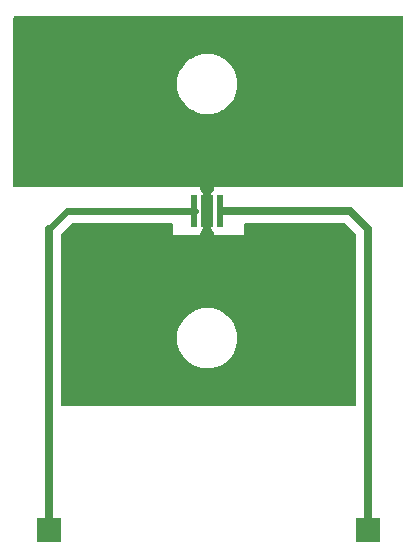
<source format=gtl>
G04 #@! TF.GenerationSoftware,KiCad,Pcbnew,8.0.5*
G04 #@! TF.CreationDate,2024-10-10T13:20:31+02:00*
G04 #@! TF.ProjectId,LED_SINGLE_Board,4c45445f-5349-44e4-974c-455f426f6172,rev?*
G04 #@! TF.SameCoordinates,Original*
G04 #@! TF.FileFunction,Copper,L1,Top*
G04 #@! TF.FilePolarity,Positive*
%FSLAX46Y46*%
G04 Gerber Fmt 4.6, Leading zero omitted, Abs format (unit mm)*
G04 Created by KiCad (PCBNEW 8.0.5) date 2024-10-10 13:20:31*
%MOMM*%
%LPD*%
G01*
G04 APERTURE LIST*
G04 #@! TA.AperFunction,SMDPad,CuDef*
%ADD10R,0.500000X2.700000*%
G04 #@! TD*
G04 #@! TA.AperFunction,SMDPad,CuDef*
%ADD11R,1.000000X2.700000*%
G04 #@! TD*
G04 #@! TA.AperFunction,SMDPad,CuDef*
%ADD12R,2.000000X2.000000*%
G04 #@! TD*
G04 #@! TA.AperFunction,Conductor*
%ADD13C,0.700000*%
G04 #@! TD*
G04 #@! TA.AperFunction,Conductor*
%ADD14C,0.600000*%
G04 #@! TD*
G04 APERTURE END LIST*
D10*
X42300000Y-41500000D03*
X44500000Y-41500000D03*
D11*
X43400000Y-41500000D03*
D12*
X57000000Y-68500000D03*
X30000000Y-68500000D03*
D13*
X57000000Y-68500000D02*
X57000000Y-43000000D01*
X55500000Y-41500000D02*
X44670000Y-41500000D01*
X57000000Y-43000000D02*
X55500000Y-41500000D01*
D14*
X31500000Y-41500000D02*
X42400000Y-41500000D01*
D13*
X30000000Y-43000000D02*
X30000000Y-68500000D01*
D14*
X30000000Y-43000000D02*
X31500000Y-41500000D01*
G04 #@! TA.AperFunction,Conductor*
G36*
X59943039Y-25019685D02*
G01*
X59988794Y-25072489D01*
X60000000Y-25124000D01*
X60000000Y-39376000D01*
X59980315Y-39443039D01*
X59927511Y-39488794D01*
X59876000Y-39500000D01*
X27124000Y-39500000D01*
X27056961Y-39480315D01*
X27011206Y-39427511D01*
X27000000Y-39376000D01*
X27000000Y-30596762D01*
X40849500Y-30596762D01*
X40849500Y-30883237D01*
X40881572Y-31167891D01*
X40945317Y-31447181D01*
X40945321Y-31447193D01*
X41039929Y-31717565D01*
X41039935Y-31717579D01*
X41164223Y-31975666D01*
X41164225Y-31975669D01*
X41316634Y-32218227D01*
X41495243Y-32442195D01*
X41697805Y-32644757D01*
X41921773Y-32823366D01*
X42164331Y-32975775D01*
X42422428Y-33100068D01*
X42422434Y-33100070D01*
X42692806Y-33194678D01*
X42692818Y-33194682D01*
X42972102Y-33258426D01*
X42972105Y-33258426D01*
X42972108Y-33258427D01*
X42972107Y-33258427D01*
X43114434Y-33274463D01*
X43256763Y-33290499D01*
X43256764Y-33290500D01*
X43256767Y-33290500D01*
X43543236Y-33290500D01*
X43543236Y-33290499D01*
X43748815Y-33267336D01*
X43827891Y-33258427D01*
X43827892Y-33258426D01*
X43827898Y-33258426D01*
X44107182Y-33194682D01*
X44377572Y-33100068D01*
X44635669Y-32975775D01*
X44878227Y-32823366D01*
X45102195Y-32644757D01*
X45304757Y-32442195D01*
X45483366Y-32218227D01*
X45635775Y-31975669D01*
X45760068Y-31717572D01*
X45854682Y-31447182D01*
X45918426Y-31167898D01*
X45950500Y-30883233D01*
X45950500Y-30596767D01*
X45918426Y-30312102D01*
X45854682Y-30032818D01*
X45760068Y-29762428D01*
X45635775Y-29504331D01*
X45483366Y-29261773D01*
X45304757Y-29037805D01*
X45102195Y-28835243D01*
X44878227Y-28656634D01*
X44635669Y-28504225D01*
X44635666Y-28504223D01*
X44377579Y-28379935D01*
X44377565Y-28379929D01*
X44107193Y-28285321D01*
X44107181Y-28285317D01*
X43827891Y-28221572D01*
X43827892Y-28221572D01*
X43543237Y-28189500D01*
X43543233Y-28189500D01*
X43256767Y-28189500D01*
X43256762Y-28189500D01*
X42972108Y-28221572D01*
X42692818Y-28285317D01*
X42692806Y-28285321D01*
X42422434Y-28379929D01*
X42422420Y-28379935D01*
X42164333Y-28504223D01*
X41921774Y-28656633D01*
X41697805Y-28835242D01*
X41495242Y-29037805D01*
X41316633Y-29261774D01*
X41164223Y-29504333D01*
X41039935Y-29762420D01*
X41039929Y-29762434D01*
X40945321Y-30032806D01*
X40945317Y-30032818D01*
X40881572Y-30312108D01*
X40849500Y-30596762D01*
X27000000Y-30596762D01*
X27000000Y-25124000D01*
X27019685Y-25056961D01*
X27072489Y-25011206D01*
X27124000Y-25000000D01*
X59876000Y-25000000D01*
X59943039Y-25019685D01*
G37*
G04 #@! TD.AperFunction*
G04 #@! TA.AperFunction,Conductor*
G36*
X43692539Y-42014947D02*
G01*
X43738294Y-42067751D01*
X43749500Y-42119262D01*
X43749500Y-42897870D01*
X43749501Y-42897876D01*
X43755908Y-42957483D01*
X43806202Y-43092328D01*
X43806206Y-43092335D01*
X43892451Y-43207543D01*
X43892452Y-43207544D01*
X43892454Y-43207546D01*
X43969917Y-43265535D01*
X44011787Y-43321467D01*
X44019605Y-43364800D01*
X44019605Y-43500000D01*
X46500000Y-43500000D01*
X46500000Y-42624000D01*
X46519685Y-42556961D01*
X46572489Y-42511206D01*
X46624000Y-42500000D01*
X54948638Y-42500000D01*
X55015677Y-42519685D01*
X55036319Y-42536319D01*
X55963681Y-43463681D01*
X55997166Y-43525004D01*
X56000000Y-43551362D01*
X56000000Y-57876000D01*
X55980315Y-57943039D01*
X55927511Y-57988794D01*
X55876000Y-58000000D01*
X31124000Y-58000000D01*
X31056961Y-57980315D01*
X31011206Y-57927511D01*
X31000000Y-57876000D01*
X31000000Y-52116762D01*
X40849500Y-52116762D01*
X40849500Y-52403237D01*
X40881572Y-52687891D01*
X40945317Y-52967181D01*
X40945321Y-52967193D01*
X41039929Y-53237565D01*
X41039935Y-53237579D01*
X41164223Y-53495666D01*
X41164225Y-53495669D01*
X41316634Y-53738227D01*
X41495243Y-53962195D01*
X41697805Y-54164757D01*
X41921773Y-54343366D01*
X42164331Y-54495775D01*
X42422428Y-54620068D01*
X42422434Y-54620070D01*
X42692806Y-54714678D01*
X42692818Y-54714682D01*
X42972102Y-54778426D01*
X42972105Y-54778426D01*
X42972108Y-54778427D01*
X42972107Y-54778427D01*
X43114434Y-54794463D01*
X43256763Y-54810499D01*
X43256764Y-54810500D01*
X43256767Y-54810500D01*
X43543236Y-54810500D01*
X43543236Y-54810499D01*
X43748815Y-54787336D01*
X43827891Y-54778427D01*
X43827892Y-54778426D01*
X43827898Y-54778426D01*
X44107182Y-54714682D01*
X44377572Y-54620068D01*
X44635669Y-54495775D01*
X44878227Y-54343366D01*
X45102195Y-54164757D01*
X45304757Y-53962195D01*
X45483366Y-53738227D01*
X45635775Y-53495669D01*
X45760068Y-53237572D01*
X45854682Y-52967182D01*
X45918426Y-52687898D01*
X45950500Y-52403233D01*
X45950500Y-52116767D01*
X45918426Y-51832102D01*
X45854682Y-51552818D01*
X45760068Y-51282428D01*
X45635775Y-51024331D01*
X45483366Y-50781773D01*
X45304757Y-50557805D01*
X45102195Y-50355243D01*
X44878227Y-50176634D01*
X44635669Y-50024225D01*
X44635666Y-50024223D01*
X44377579Y-49899935D01*
X44377565Y-49899929D01*
X44107193Y-49805321D01*
X44107181Y-49805317D01*
X43827891Y-49741572D01*
X43827892Y-49741572D01*
X43543237Y-49709500D01*
X43543233Y-49709500D01*
X43256767Y-49709500D01*
X43256762Y-49709500D01*
X42972108Y-49741572D01*
X42692818Y-49805317D01*
X42692806Y-49805321D01*
X42422434Y-49899929D01*
X42422420Y-49899935D01*
X42164333Y-50024223D01*
X41921774Y-50176633D01*
X41697805Y-50355242D01*
X41495242Y-50557805D01*
X41316633Y-50781774D01*
X41164223Y-51024333D01*
X41039935Y-51282420D01*
X41039929Y-51282434D01*
X40945321Y-51552806D01*
X40945317Y-51552818D01*
X40881572Y-51832108D01*
X40849500Y-52116762D01*
X31000000Y-52116762D01*
X31000000Y-43551362D01*
X31019685Y-43484323D01*
X31036319Y-43463681D01*
X31963681Y-42536319D01*
X32025004Y-42502834D01*
X32051362Y-42500000D01*
X40376000Y-42500000D01*
X40443039Y-42519685D01*
X40488794Y-42572489D01*
X40500000Y-42624000D01*
X40500000Y-43500000D01*
X42823684Y-43500000D01*
X42823684Y-43332394D01*
X42843369Y-43265355D01*
X42873370Y-43233130D01*
X42907546Y-43207546D01*
X42993796Y-43092331D01*
X43044091Y-42957483D01*
X43050500Y-42897873D01*
X43050499Y-42119261D01*
X43070183Y-42052223D01*
X43122987Y-42006468D01*
X43174495Y-41995262D01*
X43625501Y-41995262D01*
X43692539Y-42014947D01*
G37*
G04 #@! TD.AperFunction*
G04 #@! TA.AperFunction,Conductor*
G36*
X44000000Y-39649875D02*
G01*
X43980315Y-39716914D01*
X43950312Y-39749141D01*
X43892452Y-39792455D01*
X43806206Y-39907664D01*
X43806202Y-39907671D01*
X43755910Y-40042513D01*
X43755909Y-40042517D01*
X43750883Y-40089258D01*
X43724147Y-40153806D01*
X43666754Y-40193654D01*
X43627595Y-40200000D01*
X43172405Y-40200000D01*
X43105366Y-40180315D01*
X43059611Y-40127511D01*
X43049115Y-40089253D01*
X43044091Y-40042516D01*
X42993797Y-39907671D01*
X42993793Y-39907664D01*
X42907547Y-39792455D01*
X42849688Y-39749141D01*
X42807818Y-39693207D01*
X42800000Y-39649875D01*
X42800000Y-39500000D01*
X44000000Y-39500000D01*
X44000000Y-39649875D01*
G37*
G04 #@! TD.AperFunction*
M02*

</source>
